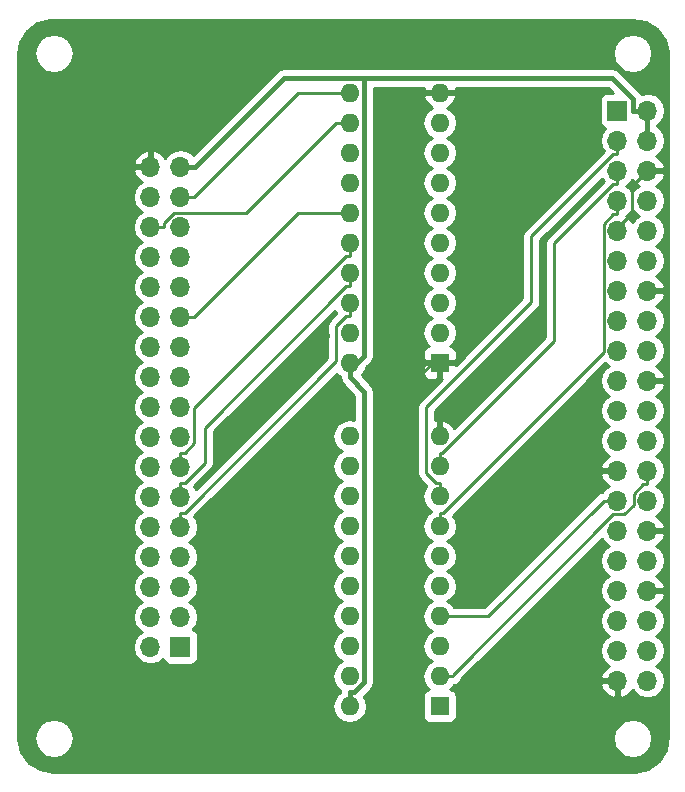
<source format=gtl>
G04 #@! TF.FileFunction,Copper,L1,Top,Signal*
%FSLAX46Y46*%
G04 Gerber Fmt 4.6, Leading zero omitted, Abs format (unit mm)*
G04 Created by KiCad (PCBNEW 4.0.7) date 12/26/17 22:50:43*
%MOMM*%
%LPD*%
G01*
G04 APERTURE LIST*
%ADD10C,0.100000*%
%ADD11R,1.700000X1.700000*%
%ADD12O,1.700000X1.700000*%
%ADD13R,1.600000X1.600000*%
%ADD14O,1.600000X1.600000*%
%ADD15C,0.600000*%
%ADD16C,0.400000*%
%ADD17C,0.250000*%
%ADD18C,0.254000*%
G04 APERTURE END LIST*
D10*
D11*
X252633000Y-59933800D03*
D12*
X255173000Y-59933800D03*
X252633000Y-62473800D03*
X255173000Y-62473800D03*
X252633000Y-65013800D03*
X255173000Y-65013800D03*
X252633000Y-67553800D03*
X255173000Y-67553800D03*
X252633000Y-70093800D03*
X255173000Y-70093800D03*
X252633000Y-72633800D03*
X255173000Y-72633800D03*
X252633000Y-75173800D03*
X255173000Y-75173800D03*
X252633000Y-77713800D03*
X255173000Y-77713800D03*
X252633000Y-80253800D03*
X255173000Y-80253800D03*
X252633000Y-82793800D03*
X255173000Y-82793800D03*
X252633000Y-85333800D03*
X255173000Y-85333800D03*
X252633000Y-87873800D03*
X255173000Y-87873800D03*
X252633000Y-90413800D03*
X255173000Y-90413800D03*
X252633000Y-92953800D03*
X255173000Y-92953800D03*
X252633000Y-95493800D03*
X255173000Y-95493800D03*
X252633000Y-98033800D03*
X255173000Y-98033800D03*
X252633000Y-100573800D03*
X255173000Y-100573800D03*
X252633000Y-103113800D03*
X255173000Y-103113800D03*
X252633000Y-105653800D03*
X255173000Y-105653800D03*
X252633000Y-108193800D03*
X255173000Y-108193800D03*
D11*
X215633000Y-105334000D03*
D12*
X213093000Y-105334000D03*
X215633000Y-102794000D03*
X213093000Y-102794000D03*
X215633000Y-100254000D03*
X213093000Y-100254000D03*
X215633000Y-97714000D03*
X213093000Y-97714000D03*
X215633000Y-95174000D03*
X213093000Y-95174000D03*
X215633000Y-92634000D03*
X213093000Y-92634000D03*
X215633000Y-90094000D03*
X213093000Y-90094000D03*
X215633000Y-87554000D03*
X213093000Y-87554000D03*
X215633000Y-85014000D03*
X213093000Y-85014000D03*
X215633000Y-82474000D03*
X213093000Y-82474000D03*
X215633000Y-79934000D03*
X213093000Y-79934000D03*
X215633000Y-77394000D03*
X213093000Y-77394000D03*
X215633000Y-74854000D03*
X213093000Y-74854000D03*
X215633000Y-72314000D03*
X213093000Y-72314000D03*
X215633000Y-69774000D03*
X213093000Y-69774000D03*
X215633000Y-67234000D03*
X213093000Y-67234000D03*
X215633000Y-64694000D03*
X213093000Y-64694000D03*
D13*
X237579000Y-81280000D03*
D14*
X229959000Y-58420000D03*
X237579000Y-78740000D03*
X229959000Y-60960000D03*
X237579000Y-76200000D03*
X229959000Y-63500000D03*
X237579000Y-73660000D03*
X229959000Y-66040000D03*
X237579000Y-71120000D03*
X229959000Y-68580000D03*
X237579000Y-68580000D03*
X229959000Y-71120000D03*
X237579000Y-66040000D03*
X229959000Y-73660000D03*
X237579000Y-63500000D03*
X229959000Y-76200000D03*
X237579000Y-60960000D03*
X229959000Y-78740000D03*
X237579000Y-58420000D03*
X229959000Y-81280000D03*
D13*
X237579000Y-110363000D03*
D14*
X229959000Y-87503000D03*
X237579000Y-107823000D03*
X229959000Y-90043000D03*
X237579000Y-105283000D03*
X229959000Y-92583000D03*
X237579000Y-102743000D03*
X229959000Y-95123000D03*
X237579000Y-100203000D03*
X229959000Y-97663000D03*
X237579000Y-97663000D03*
X229959000Y-100203000D03*
X237579000Y-95123000D03*
X229959000Y-102743000D03*
X237579000Y-92583000D03*
X229959000Y-105283000D03*
X237579000Y-90043000D03*
X229959000Y-107823000D03*
X237579000Y-87503000D03*
X229959000Y-110363000D03*
D15*
X231648000Y-82169000D03*
X228028500Y-79057500D03*
D16*
X255173000Y-62473800D02*
X255173000Y-59933800D01*
X255173000Y-59933800D02*
X253922700Y-59933800D01*
X215633000Y-64694000D02*
X216883300Y-64694000D01*
X231195800Y-83717100D02*
X229959000Y-82480300D01*
X231195800Y-108301000D02*
X231195800Y-83717100D01*
X230334100Y-109162700D02*
X231195800Y-108301000D01*
X229959000Y-109162700D02*
X230334100Y-109162700D01*
X229959000Y-110363000D02*
X229959000Y-109162700D01*
X229959000Y-81280000D02*
X229959000Y-81880100D01*
X229959000Y-81880100D02*
X229959000Y-82480300D01*
X231168400Y-80670700D02*
X231168400Y-57165300D01*
X229959000Y-81880100D02*
X231168400Y-80670700D01*
X252170100Y-57165300D02*
X231168400Y-57165300D01*
X253922700Y-58917900D02*
X252170100Y-57165300D01*
X253922700Y-59933800D02*
X253922700Y-58917900D01*
X224412000Y-57165300D02*
X216883300Y-64694000D01*
X231168400Y-57165300D02*
X224412000Y-57165300D01*
D17*
X252265700Y-63649100D02*
X252633000Y-63649100D01*
X245349200Y-70565600D02*
X252265700Y-63649100D01*
X245349200Y-76124000D02*
X245349200Y-70565600D01*
X236450600Y-85022600D02*
X245349200Y-76124000D01*
X236450600Y-90610600D02*
X236450600Y-85022600D01*
X237297700Y-91457700D02*
X236450600Y-90610600D01*
X237579000Y-91457700D02*
X237297700Y-91457700D01*
X237579000Y-92583000D02*
X237579000Y-91457700D01*
X252633000Y-62473800D02*
X252633000Y-63649100D01*
X237579000Y-90043000D02*
X237579000Y-88917700D01*
X252633000Y-65013800D02*
X252633000Y-66189100D01*
X237783900Y-88917700D02*
X237579000Y-88917700D01*
X247294200Y-79407400D02*
X237783900Y-88917700D01*
X247294200Y-71160500D02*
X247294200Y-79407400D01*
X252265600Y-66189100D02*
X247294200Y-71160500D01*
X252633000Y-66189100D02*
X252265600Y-66189100D01*
X231965500Y-82169000D02*
X231648000Y-82169000D01*
X231965500Y-82169000D02*
X236093000Y-82169000D01*
X236093000Y-82169000D02*
X236982000Y-81280000D01*
X236982000Y-81280000D02*
X237579000Y-81280000D01*
X252633000Y-70093800D02*
X252633000Y-69883500D01*
X252633000Y-69883500D02*
X253873000Y-68643500D01*
X253873000Y-68643500D02*
X253873000Y-66313800D01*
X253873000Y-66313800D02*
X255173000Y-65013800D01*
X252265600Y-68729100D02*
X252633000Y-68729100D01*
X251457700Y-69537000D02*
X252265600Y-68729100D01*
X251457700Y-80400300D02*
X251457700Y-69537000D01*
X237860300Y-93997700D02*
X251457700Y-80400300D01*
X237579000Y-93997700D02*
X237860300Y-93997700D01*
X237579000Y-95123000D02*
X237579000Y-93997700D01*
X252633000Y-67553800D02*
X252633000Y-68729100D01*
X254805600Y-91589100D02*
X255173000Y-91589100D01*
X253997700Y-92397000D02*
X254805600Y-91589100D01*
X253997700Y-93290100D02*
X253997700Y-92397000D01*
X253158600Y-94129200D02*
X253997700Y-93290100D01*
X252257400Y-94129200D02*
X253158600Y-94129200D01*
X238704300Y-107682300D02*
X252257400Y-94129200D01*
X238704300Y-107823000D02*
X238704300Y-107682300D01*
X237579000Y-107823000D02*
X238704300Y-107823000D01*
X255173000Y-90413800D02*
X255173000Y-91589100D01*
X241668500Y-102743000D02*
X251457700Y-92953800D01*
X237579000Y-102743000D02*
X241668500Y-102743000D01*
X252633000Y-92953800D02*
X251457700Y-92953800D01*
X216000300Y-93998700D02*
X215633000Y-93998700D01*
X228833700Y-81165300D02*
X216000300Y-93998700D01*
X228833700Y-78169200D02*
X228833700Y-81165300D01*
X229677600Y-77325300D02*
X228833700Y-78169200D01*
X229959000Y-77325300D02*
X229677600Y-77325300D01*
X229959000Y-76200000D02*
X229959000Y-77325300D01*
X215633000Y-95174000D02*
X215633000Y-93998700D01*
X216000300Y-91458700D02*
X215633000Y-91458700D01*
X217694900Y-89764100D02*
X216000300Y-91458700D01*
X217694900Y-86768100D02*
X217694900Y-89764100D01*
X229677700Y-74785300D02*
X217694900Y-86768100D01*
X229959000Y-74785300D02*
X229677700Y-74785300D01*
X229959000Y-73660000D02*
X229959000Y-74785300D01*
X215633000Y-92634000D02*
X215633000Y-91458700D01*
X216000400Y-88918700D02*
X215633000Y-88918700D01*
X216808300Y-88110800D02*
X216000400Y-88918700D01*
X216808300Y-85114700D02*
X216808300Y-88110800D01*
X229677700Y-72245300D02*
X216808300Y-85114700D01*
X229959000Y-72245300D02*
X229677700Y-72245300D01*
X229959000Y-71120000D02*
X229959000Y-72245300D01*
X215633000Y-90094000D02*
X215633000Y-88918700D01*
X225622300Y-68580000D02*
X216808300Y-77394000D01*
X229959000Y-68580000D02*
X225622300Y-68580000D01*
X215633000Y-77394000D02*
X216808300Y-77394000D01*
X225622300Y-58420000D02*
X216808300Y-67234000D01*
X229959000Y-58420000D02*
X225622300Y-58420000D01*
X215633000Y-67234000D02*
X216808300Y-67234000D01*
X214268300Y-69406600D02*
X214268300Y-69774000D01*
X229959000Y-60960000D02*
X228833700Y-60960000D01*
X228833700Y-60960000D02*
X221195000Y-68598700D01*
X221195000Y-68598700D02*
X215076200Y-68598700D01*
X215076200Y-68598700D02*
X214268300Y-69406600D01*
X213093000Y-69774000D02*
X214268300Y-69774000D01*
D18*
G36*
X255051383Y-52447974D02*
X255988119Y-53026451D01*
X256633701Y-53921482D01*
X256896800Y-55000140D01*
X256896800Y-112883993D01*
X256707384Y-114053835D01*
X256128905Y-114990572D01*
X255233876Y-115636153D01*
X254155218Y-115899252D01*
X204862710Y-115899252D01*
X203710717Y-115712726D01*
X202773980Y-115134247D01*
X202128399Y-114239218D01*
X201862760Y-113150147D01*
X201862760Y-113080800D01*
X203241810Y-113080800D01*
X203369136Y-113720911D01*
X203731730Y-114263570D01*
X204274389Y-114626164D01*
X204914500Y-114753490D01*
X205554611Y-114626164D01*
X206097270Y-114263570D01*
X206459864Y-113720911D01*
X206584663Y-113093500D01*
X252238410Y-113093500D01*
X252365736Y-113733611D01*
X252728330Y-114276270D01*
X253270989Y-114638864D01*
X253911100Y-114766190D01*
X254551211Y-114638864D01*
X255093870Y-114276270D01*
X255456464Y-113733611D01*
X255583790Y-113093500D01*
X255456464Y-112453389D01*
X255093870Y-111910730D01*
X254551211Y-111548136D01*
X253911100Y-111420810D01*
X253270989Y-111548136D01*
X252728330Y-111910730D01*
X252365736Y-112453389D01*
X252238410Y-113093500D01*
X206584663Y-113093500D01*
X206587190Y-113080800D01*
X206459864Y-112440689D01*
X206097270Y-111898030D01*
X205554611Y-111535436D01*
X204914500Y-111408110D01*
X204274389Y-111535436D01*
X203731730Y-111898030D01*
X203369136Y-112440689D01*
X203241810Y-113080800D01*
X201862760Y-113080800D01*
X201862760Y-67234000D01*
X211578907Y-67234000D01*
X211691946Y-67802285D01*
X212013853Y-68284054D01*
X212343026Y-68504000D01*
X212013853Y-68723946D01*
X211691946Y-69205715D01*
X211578907Y-69774000D01*
X211691946Y-70342285D01*
X212013853Y-70824054D01*
X212343026Y-71044000D01*
X212013853Y-71263946D01*
X211691946Y-71745715D01*
X211578907Y-72314000D01*
X211691946Y-72882285D01*
X212013853Y-73364054D01*
X212343026Y-73584000D01*
X212013853Y-73803946D01*
X211691946Y-74285715D01*
X211578907Y-74854000D01*
X211691946Y-75422285D01*
X212013853Y-75904054D01*
X212343026Y-76124000D01*
X212013853Y-76343946D01*
X211691946Y-76825715D01*
X211578907Y-77394000D01*
X211691946Y-77962285D01*
X212013853Y-78444054D01*
X212343026Y-78664000D01*
X212013853Y-78883946D01*
X211691946Y-79365715D01*
X211578907Y-79934000D01*
X211691946Y-80502285D01*
X212013853Y-80984054D01*
X212343026Y-81204000D01*
X212013853Y-81423946D01*
X211691946Y-81905715D01*
X211578907Y-82474000D01*
X211691946Y-83042285D01*
X212013853Y-83524054D01*
X212343026Y-83744000D01*
X212013853Y-83963946D01*
X211691946Y-84445715D01*
X211578907Y-85014000D01*
X211691946Y-85582285D01*
X212013853Y-86064054D01*
X212343026Y-86284000D01*
X212013853Y-86503946D01*
X211691946Y-86985715D01*
X211578907Y-87554000D01*
X211691946Y-88122285D01*
X212013853Y-88604054D01*
X212343026Y-88824000D01*
X212013853Y-89043946D01*
X211691946Y-89525715D01*
X211578907Y-90094000D01*
X211691946Y-90662285D01*
X212013853Y-91144054D01*
X212343026Y-91364000D01*
X212013853Y-91583946D01*
X211691946Y-92065715D01*
X211578907Y-92634000D01*
X211691946Y-93202285D01*
X212013853Y-93684054D01*
X212343026Y-93904000D01*
X212013853Y-94123946D01*
X211691946Y-94605715D01*
X211578907Y-95174000D01*
X211691946Y-95742285D01*
X212013853Y-96224054D01*
X212343026Y-96444000D01*
X212013853Y-96663946D01*
X211691946Y-97145715D01*
X211578907Y-97714000D01*
X211691946Y-98282285D01*
X212013853Y-98764054D01*
X212343026Y-98984000D01*
X212013853Y-99203946D01*
X211691946Y-99685715D01*
X211578907Y-100254000D01*
X211691946Y-100822285D01*
X212013853Y-101304054D01*
X212343026Y-101524000D01*
X212013853Y-101743946D01*
X211691946Y-102225715D01*
X211578907Y-102794000D01*
X211691946Y-103362285D01*
X212013853Y-103844054D01*
X212343026Y-104064000D01*
X212013853Y-104283946D01*
X211691946Y-104765715D01*
X211578907Y-105334000D01*
X211691946Y-105902285D01*
X212013853Y-106384054D01*
X212495622Y-106705961D01*
X213063907Y-106819000D01*
X213122093Y-106819000D01*
X213690378Y-106705961D01*
X214172147Y-106384054D01*
X214172971Y-106382821D01*
X214179838Y-106419317D01*
X214318910Y-106635441D01*
X214531110Y-106780431D01*
X214783000Y-106831440D01*
X216483000Y-106831440D01*
X216718317Y-106787162D01*
X216934441Y-106648090D01*
X217079431Y-106435890D01*
X217130440Y-106184000D01*
X217130440Y-104484000D01*
X217086162Y-104248683D01*
X216947090Y-104032559D01*
X216734890Y-103887569D01*
X216667459Y-103873914D01*
X216712147Y-103844054D01*
X217034054Y-103362285D01*
X217147093Y-102794000D01*
X217034054Y-102225715D01*
X216712147Y-101743946D01*
X216382974Y-101524000D01*
X216712147Y-101304054D01*
X217034054Y-100822285D01*
X217147093Y-100254000D01*
X217034054Y-99685715D01*
X216712147Y-99203946D01*
X216382974Y-98984000D01*
X216712147Y-98764054D01*
X217034054Y-98282285D01*
X217147093Y-97714000D01*
X217034054Y-97145715D01*
X216712147Y-96663946D01*
X216382974Y-96444000D01*
X216712147Y-96224054D01*
X217034054Y-95742285D01*
X217147093Y-95174000D01*
X217034054Y-94605715D01*
X216807360Y-94266442D01*
X228861280Y-82212522D01*
X228916189Y-82294698D01*
X229124000Y-82433553D01*
X229124000Y-82480300D01*
X229187561Y-82799841D01*
X229284995Y-82945661D01*
X229368566Y-83070734D01*
X230360800Y-84062968D01*
X230360800Y-86142331D01*
X229987113Y-86068000D01*
X229930887Y-86068000D01*
X229381736Y-86177233D01*
X228916189Y-86488302D01*
X228605120Y-86953849D01*
X228495887Y-87503000D01*
X228605120Y-88052151D01*
X228916189Y-88517698D01*
X229298275Y-88773000D01*
X228916189Y-89028302D01*
X228605120Y-89493849D01*
X228495887Y-90043000D01*
X228605120Y-90592151D01*
X228916189Y-91057698D01*
X229298275Y-91313000D01*
X228916189Y-91568302D01*
X228605120Y-92033849D01*
X228495887Y-92583000D01*
X228605120Y-93132151D01*
X228916189Y-93597698D01*
X229298275Y-93853000D01*
X228916189Y-94108302D01*
X228605120Y-94573849D01*
X228495887Y-95123000D01*
X228605120Y-95672151D01*
X228916189Y-96137698D01*
X229298275Y-96393000D01*
X228916189Y-96648302D01*
X228605120Y-97113849D01*
X228495887Y-97663000D01*
X228605120Y-98212151D01*
X228916189Y-98677698D01*
X229298275Y-98933000D01*
X228916189Y-99188302D01*
X228605120Y-99653849D01*
X228495887Y-100203000D01*
X228605120Y-100752151D01*
X228916189Y-101217698D01*
X229298275Y-101473000D01*
X228916189Y-101728302D01*
X228605120Y-102193849D01*
X228495887Y-102743000D01*
X228605120Y-103292151D01*
X228916189Y-103757698D01*
X229298275Y-104013000D01*
X228916189Y-104268302D01*
X228605120Y-104733849D01*
X228495887Y-105283000D01*
X228605120Y-105832151D01*
X228916189Y-106297698D01*
X229298275Y-106553000D01*
X228916189Y-106808302D01*
X228605120Y-107273849D01*
X228495887Y-107823000D01*
X228605120Y-108372151D01*
X228916189Y-108837698D01*
X229156683Y-108998391D01*
X229124000Y-109162700D01*
X229124000Y-109209447D01*
X228916189Y-109348302D01*
X228605120Y-109813849D01*
X228495887Y-110363000D01*
X228605120Y-110912151D01*
X228916189Y-111377698D01*
X229381736Y-111688767D01*
X229930887Y-111798000D01*
X229987113Y-111798000D01*
X230536264Y-111688767D01*
X231001811Y-111377698D01*
X231312880Y-110912151D01*
X231422113Y-110363000D01*
X231312880Y-109813849D01*
X231133011Y-109544657D01*
X231786234Y-108891434D01*
X231872662Y-108762085D01*
X231967239Y-108620541D01*
X232030800Y-108301000D01*
X232030800Y-83717100D01*
X231967239Y-83397559D01*
X231786234Y-83126666D01*
X230973310Y-82313742D01*
X231001811Y-82294698D01*
X231312880Y-81829151D01*
X231343189Y-81676779D01*
X231454218Y-81565750D01*
X236144000Y-81565750D01*
X236144000Y-82206310D01*
X236240673Y-82439699D01*
X236419302Y-82618327D01*
X236652691Y-82715000D01*
X237293250Y-82715000D01*
X237452000Y-82556250D01*
X237452000Y-81407000D01*
X236302750Y-81407000D01*
X236144000Y-81565750D01*
X231454218Y-81565750D01*
X231758834Y-81261134D01*
X231860713Y-81108661D01*
X231939839Y-80990241D01*
X232003400Y-80670700D01*
X232003400Y-60960000D01*
X236115887Y-60960000D01*
X236225120Y-61509151D01*
X236536189Y-61974698D01*
X236918275Y-62230000D01*
X236536189Y-62485302D01*
X236225120Y-62950849D01*
X236115887Y-63500000D01*
X236225120Y-64049151D01*
X236536189Y-64514698D01*
X236918275Y-64770000D01*
X236536189Y-65025302D01*
X236225120Y-65490849D01*
X236115887Y-66040000D01*
X236225120Y-66589151D01*
X236536189Y-67054698D01*
X236918275Y-67310000D01*
X236536189Y-67565302D01*
X236225120Y-68030849D01*
X236115887Y-68580000D01*
X236225120Y-69129151D01*
X236536189Y-69594698D01*
X236918275Y-69850000D01*
X236536189Y-70105302D01*
X236225120Y-70570849D01*
X236115887Y-71120000D01*
X236225120Y-71669151D01*
X236536189Y-72134698D01*
X236918275Y-72390000D01*
X236536189Y-72645302D01*
X236225120Y-73110849D01*
X236115887Y-73660000D01*
X236225120Y-74209151D01*
X236536189Y-74674698D01*
X236918275Y-74930000D01*
X236536189Y-75185302D01*
X236225120Y-75650849D01*
X236115887Y-76200000D01*
X236225120Y-76749151D01*
X236536189Y-77214698D01*
X236918275Y-77470000D01*
X236536189Y-77725302D01*
X236225120Y-78190849D01*
X236115887Y-78740000D01*
X236225120Y-79289151D01*
X236536189Y-79754698D01*
X236671335Y-79845000D01*
X236652691Y-79845000D01*
X236419302Y-79941673D01*
X236240673Y-80120301D01*
X236144000Y-80353690D01*
X236144000Y-80994250D01*
X236302750Y-81153000D01*
X237452000Y-81153000D01*
X237452000Y-81133000D01*
X237706000Y-81133000D01*
X237706000Y-81153000D01*
X238855250Y-81153000D01*
X239014000Y-80994250D01*
X239014000Y-80353690D01*
X238917327Y-80120301D01*
X238738698Y-79941673D01*
X238505309Y-79845000D01*
X238486665Y-79845000D01*
X238621811Y-79754698D01*
X238932880Y-79289151D01*
X239042113Y-78740000D01*
X238932880Y-78190849D01*
X238621811Y-77725302D01*
X238239725Y-77470000D01*
X238621811Y-77214698D01*
X238932880Y-76749151D01*
X239042113Y-76200000D01*
X238932880Y-75650849D01*
X238621811Y-75185302D01*
X238239725Y-74930000D01*
X238621811Y-74674698D01*
X238932880Y-74209151D01*
X239042113Y-73660000D01*
X238932880Y-73110849D01*
X238621811Y-72645302D01*
X238239725Y-72390000D01*
X238621811Y-72134698D01*
X238932880Y-71669151D01*
X239042113Y-71120000D01*
X238932880Y-70570849D01*
X238621811Y-70105302D01*
X238239725Y-69850000D01*
X238621811Y-69594698D01*
X238932880Y-69129151D01*
X239042113Y-68580000D01*
X238932880Y-68030849D01*
X238621811Y-67565302D01*
X238239725Y-67310000D01*
X238621811Y-67054698D01*
X238932880Y-66589151D01*
X239042113Y-66040000D01*
X238932880Y-65490849D01*
X238621811Y-65025302D01*
X238239725Y-64770000D01*
X238621811Y-64514698D01*
X238932880Y-64049151D01*
X239042113Y-63500000D01*
X238932880Y-62950849D01*
X238621811Y-62485302D01*
X238239725Y-62230000D01*
X238621811Y-61974698D01*
X238932880Y-61509151D01*
X239042113Y-60960000D01*
X238932880Y-60410849D01*
X238621811Y-59945302D01*
X238217297Y-59675014D01*
X238434134Y-59572389D01*
X238810041Y-59157423D01*
X238970904Y-58769039D01*
X238848915Y-58547000D01*
X237706000Y-58547000D01*
X237706000Y-58567000D01*
X237452000Y-58567000D01*
X237452000Y-58547000D01*
X236309085Y-58547000D01*
X236187096Y-58769039D01*
X236347959Y-59157423D01*
X236723866Y-59572389D01*
X236940703Y-59675014D01*
X236536189Y-59945302D01*
X236225120Y-60410849D01*
X236115887Y-60960000D01*
X232003400Y-60960000D01*
X232003400Y-58000300D01*
X236216363Y-58000300D01*
X236187096Y-58070961D01*
X236309085Y-58293000D01*
X237452000Y-58293000D01*
X237452000Y-58273000D01*
X237706000Y-58273000D01*
X237706000Y-58293000D01*
X238848915Y-58293000D01*
X238970904Y-58070961D01*
X238941637Y-58000300D01*
X251824232Y-58000300D01*
X252260292Y-58436360D01*
X251783000Y-58436360D01*
X251547683Y-58480638D01*
X251331559Y-58619710D01*
X251186569Y-58831910D01*
X251135560Y-59083800D01*
X251135560Y-60783800D01*
X251179838Y-61019117D01*
X251318910Y-61235241D01*
X251531110Y-61380231D01*
X251598541Y-61393886D01*
X251553853Y-61423746D01*
X251231946Y-61905515D01*
X251118907Y-62473800D01*
X251231946Y-63042085D01*
X251458640Y-63381358D01*
X244811799Y-70028199D01*
X244647052Y-70274761D01*
X244589200Y-70565600D01*
X244589200Y-75809198D01*
X238923324Y-81475074D01*
X238855250Y-81407000D01*
X237706000Y-81407000D01*
X237706000Y-82556250D01*
X237774074Y-82624324D01*
X235913199Y-84485199D01*
X235748452Y-84731761D01*
X235690600Y-85022600D01*
X235690600Y-90610600D01*
X235748452Y-90901439D01*
X235913199Y-91148001D01*
X236455003Y-91689805D01*
X236225120Y-92033849D01*
X236115887Y-92583000D01*
X236225120Y-93132151D01*
X236536189Y-93597698D01*
X236856053Y-93811424D01*
X236836978Y-93907321D01*
X236536189Y-94108302D01*
X236225120Y-94573849D01*
X236115887Y-95123000D01*
X236225120Y-95672151D01*
X236536189Y-96137698D01*
X236918275Y-96393000D01*
X236536189Y-96648302D01*
X236225120Y-97113849D01*
X236115887Y-97663000D01*
X236225120Y-98212151D01*
X236536189Y-98677698D01*
X236918275Y-98933000D01*
X236536189Y-99188302D01*
X236225120Y-99653849D01*
X236115887Y-100203000D01*
X236225120Y-100752151D01*
X236536189Y-101217698D01*
X236918275Y-101473000D01*
X236536189Y-101728302D01*
X236225120Y-102193849D01*
X236115887Y-102743000D01*
X236225120Y-103292151D01*
X236536189Y-103757698D01*
X236918275Y-104013000D01*
X236536189Y-104268302D01*
X236225120Y-104733849D01*
X236115887Y-105283000D01*
X236225120Y-105832151D01*
X236536189Y-106297698D01*
X236918275Y-106553000D01*
X236536189Y-106808302D01*
X236225120Y-107273849D01*
X236115887Y-107823000D01*
X236225120Y-108372151D01*
X236536189Y-108837698D01*
X236680465Y-108934101D01*
X236543683Y-108959838D01*
X236327559Y-109098910D01*
X236182569Y-109311110D01*
X236131560Y-109563000D01*
X236131560Y-111163000D01*
X236175838Y-111398317D01*
X236314910Y-111614441D01*
X236527110Y-111759431D01*
X236779000Y-111810440D01*
X238379000Y-111810440D01*
X238614317Y-111766162D01*
X238830441Y-111627090D01*
X238975431Y-111414890D01*
X239026440Y-111163000D01*
X239026440Y-109563000D01*
X238982162Y-109327683D01*
X238843090Y-109111559D01*
X238630890Y-108966569D01*
X238475911Y-108935185D01*
X238621811Y-108837698D01*
X238805437Y-108562882D01*
X238866730Y-108550690D01*
X251191524Y-108550690D01*
X251361355Y-108960724D01*
X251751642Y-109388983D01*
X252276108Y-109635286D01*
X252506000Y-109514619D01*
X252506000Y-108320800D01*
X251312845Y-108320800D01*
X251191524Y-108550690D01*
X238866730Y-108550690D01*
X238995139Y-108525148D01*
X239241701Y-108360401D01*
X239406448Y-108113839D01*
X239421069Y-108040333D01*
X251298985Y-96162417D01*
X251553853Y-96543854D01*
X251883026Y-96763800D01*
X251553853Y-96983746D01*
X251231946Y-97465515D01*
X251118907Y-98033800D01*
X251231946Y-98602085D01*
X251553853Y-99083854D01*
X251883026Y-99303800D01*
X251553853Y-99523746D01*
X251231946Y-100005515D01*
X251118907Y-100573800D01*
X251231946Y-101142085D01*
X251553853Y-101623854D01*
X251883026Y-101843800D01*
X251553853Y-102063746D01*
X251231946Y-102545515D01*
X251118907Y-103113800D01*
X251231946Y-103682085D01*
X251553853Y-104163854D01*
X251883026Y-104383800D01*
X251553853Y-104603746D01*
X251231946Y-105085515D01*
X251118907Y-105653800D01*
X251231946Y-106222085D01*
X251553853Y-106703854D01*
X251894553Y-106931502D01*
X251751642Y-106998617D01*
X251361355Y-107426876D01*
X251191524Y-107836910D01*
X251312845Y-108066800D01*
X252506000Y-108066800D01*
X252506000Y-108046800D01*
X252760000Y-108046800D01*
X252760000Y-108066800D01*
X252780000Y-108066800D01*
X252780000Y-108320800D01*
X252760000Y-108320800D01*
X252760000Y-109514619D01*
X252989892Y-109635286D01*
X253514358Y-109388983D01*
X253904645Y-108960724D01*
X253904655Y-108960699D01*
X254093853Y-109243854D01*
X254575622Y-109565761D01*
X255143907Y-109678800D01*
X255202093Y-109678800D01*
X255770378Y-109565761D01*
X256252147Y-109243854D01*
X256574054Y-108762085D01*
X256687093Y-108193800D01*
X256574054Y-107625515D01*
X256252147Y-107143746D01*
X255922974Y-106923800D01*
X256252147Y-106703854D01*
X256574054Y-106222085D01*
X256687093Y-105653800D01*
X256574054Y-105085515D01*
X256252147Y-104603746D01*
X255922974Y-104383800D01*
X256252147Y-104163854D01*
X256574054Y-103682085D01*
X256687093Y-103113800D01*
X256574054Y-102545515D01*
X256252147Y-102063746D01*
X255911447Y-101836098D01*
X256054358Y-101768983D01*
X256444645Y-101340724D01*
X256614476Y-100930690D01*
X256493155Y-100700800D01*
X255300000Y-100700800D01*
X255300000Y-100720800D01*
X255046000Y-100720800D01*
X255046000Y-100700800D01*
X255026000Y-100700800D01*
X255026000Y-100446800D01*
X255046000Y-100446800D01*
X255046000Y-100426800D01*
X255300000Y-100426800D01*
X255300000Y-100446800D01*
X256493155Y-100446800D01*
X256614476Y-100216910D01*
X256444645Y-99806876D01*
X256054358Y-99378617D01*
X255911447Y-99311502D01*
X256252147Y-99083854D01*
X256574054Y-98602085D01*
X256687093Y-98033800D01*
X256574054Y-97465515D01*
X256252147Y-96983746D01*
X255911447Y-96756098D01*
X256054358Y-96688983D01*
X256444645Y-96260724D01*
X256614476Y-95850690D01*
X256493155Y-95620800D01*
X255300000Y-95620800D01*
X255300000Y-95640800D01*
X255046000Y-95640800D01*
X255046000Y-95620800D01*
X255026000Y-95620800D01*
X255026000Y-95366800D01*
X255046000Y-95366800D01*
X255046000Y-95346800D01*
X255300000Y-95346800D01*
X255300000Y-95366800D01*
X256493155Y-95366800D01*
X256614476Y-95136910D01*
X256444645Y-94726876D01*
X256054358Y-94298617D01*
X255911447Y-94231502D01*
X256252147Y-94003854D01*
X256574054Y-93522085D01*
X256687093Y-92953800D01*
X256574054Y-92385515D01*
X256252147Y-91903746D01*
X255922974Y-91683800D01*
X256252147Y-91463854D01*
X256574054Y-90982085D01*
X256687093Y-90413800D01*
X256574054Y-89845515D01*
X256252147Y-89363746D01*
X255922974Y-89143800D01*
X256252147Y-88923854D01*
X256574054Y-88442085D01*
X256687093Y-87873800D01*
X256574054Y-87305515D01*
X256252147Y-86823746D01*
X255922974Y-86603800D01*
X256252147Y-86383854D01*
X256574054Y-85902085D01*
X256687093Y-85333800D01*
X256574054Y-84765515D01*
X256252147Y-84283746D01*
X255911447Y-84056098D01*
X256054358Y-83988983D01*
X256444645Y-83560724D01*
X256614476Y-83150690D01*
X256493155Y-82920800D01*
X255300000Y-82920800D01*
X255300000Y-82940800D01*
X255046000Y-82940800D01*
X255046000Y-82920800D01*
X255026000Y-82920800D01*
X255026000Y-82666800D01*
X255046000Y-82666800D01*
X255046000Y-82646800D01*
X255300000Y-82646800D01*
X255300000Y-82666800D01*
X256493155Y-82666800D01*
X256614476Y-82436910D01*
X256444645Y-82026876D01*
X256054358Y-81598617D01*
X255911447Y-81531502D01*
X256252147Y-81303854D01*
X256574054Y-80822085D01*
X256687093Y-80253800D01*
X256574054Y-79685515D01*
X256252147Y-79203746D01*
X255922974Y-78983800D01*
X256252147Y-78763854D01*
X256574054Y-78282085D01*
X256687093Y-77713800D01*
X256574054Y-77145515D01*
X256252147Y-76663746D01*
X255911447Y-76436098D01*
X256054358Y-76368983D01*
X256444645Y-75940724D01*
X256614476Y-75530690D01*
X256493155Y-75300800D01*
X255300000Y-75300800D01*
X255300000Y-75320800D01*
X255046000Y-75320800D01*
X255046000Y-75300800D01*
X255026000Y-75300800D01*
X255026000Y-75046800D01*
X255046000Y-75046800D01*
X255046000Y-75026800D01*
X255300000Y-75026800D01*
X255300000Y-75046800D01*
X256493155Y-75046800D01*
X256614476Y-74816910D01*
X256444645Y-74406876D01*
X256054358Y-73978617D01*
X255911447Y-73911502D01*
X256252147Y-73683854D01*
X256574054Y-73202085D01*
X256687093Y-72633800D01*
X256574054Y-72065515D01*
X256252147Y-71583746D01*
X255922974Y-71363800D01*
X256252147Y-71143854D01*
X256574054Y-70662085D01*
X256687093Y-70093800D01*
X256574054Y-69525515D01*
X256252147Y-69043746D01*
X255922974Y-68823800D01*
X256252147Y-68603854D01*
X256574054Y-68122085D01*
X256687093Y-67553800D01*
X256574054Y-66985515D01*
X256252147Y-66503746D01*
X255911447Y-66276098D01*
X256054358Y-66208983D01*
X256444645Y-65780724D01*
X256614476Y-65370690D01*
X256493155Y-65140800D01*
X255300000Y-65140800D01*
X255300000Y-65160800D01*
X255046000Y-65160800D01*
X255046000Y-65140800D01*
X255026000Y-65140800D01*
X255026000Y-64886800D01*
X255046000Y-64886800D01*
X255046000Y-64866800D01*
X255300000Y-64866800D01*
X255300000Y-64886800D01*
X256493155Y-64886800D01*
X256614476Y-64656910D01*
X256444645Y-64246876D01*
X256054358Y-63818617D01*
X255911447Y-63751502D01*
X256252147Y-63523854D01*
X256574054Y-63042085D01*
X256687093Y-62473800D01*
X256574054Y-61905515D01*
X256252147Y-61423746D01*
X256008000Y-61260613D01*
X256008000Y-61146987D01*
X256252147Y-60983854D01*
X256574054Y-60502085D01*
X256687093Y-59933800D01*
X256574054Y-59365515D01*
X256252147Y-58883746D01*
X255770378Y-58561839D01*
X255202093Y-58448800D01*
X255143907Y-58448800D01*
X254658696Y-58545315D01*
X254513134Y-58327466D01*
X252760534Y-56574866D01*
X252489641Y-56393861D01*
X252170100Y-56330300D01*
X224412000Y-56330300D01*
X224092460Y-56393860D01*
X223821566Y-56574866D01*
X216728305Y-63668127D01*
X216712147Y-63643946D01*
X216230378Y-63322039D01*
X215662093Y-63209000D01*
X215603907Y-63209000D01*
X215035622Y-63322039D01*
X214553853Y-63643946D01*
X214364655Y-63927101D01*
X214364645Y-63927076D01*
X213974358Y-63498817D01*
X213449892Y-63252514D01*
X213220000Y-63373181D01*
X213220000Y-64567000D01*
X213240000Y-64567000D01*
X213240000Y-64821000D01*
X213220000Y-64821000D01*
X213220000Y-64841000D01*
X212966000Y-64841000D01*
X212966000Y-64821000D01*
X211772845Y-64821000D01*
X211651524Y-65050890D01*
X211821355Y-65460924D01*
X212211642Y-65889183D01*
X212354553Y-65956298D01*
X212013853Y-66183946D01*
X211691946Y-66665715D01*
X211578907Y-67234000D01*
X201862760Y-67234000D01*
X201862760Y-64337110D01*
X211651524Y-64337110D01*
X211772845Y-64567000D01*
X212966000Y-64567000D01*
X212966000Y-63373181D01*
X212736108Y-63252514D01*
X212211642Y-63498817D01*
X211821355Y-63927076D01*
X211651524Y-64337110D01*
X201862760Y-64337110D01*
X201862760Y-55274559D01*
X201894278Y-55079900D01*
X203241810Y-55079900D01*
X203369136Y-55720011D01*
X203731730Y-56262670D01*
X204274389Y-56625264D01*
X204914500Y-56752590D01*
X205554611Y-56625264D01*
X206097270Y-56262670D01*
X206459864Y-55720011D01*
X206587190Y-55079900D01*
X252251110Y-55079900D01*
X252378436Y-55720011D01*
X252741030Y-56262670D01*
X253283689Y-56625264D01*
X253923800Y-56752590D01*
X254563911Y-56625264D01*
X255106570Y-56262670D01*
X255469164Y-55720011D01*
X255596490Y-55079900D01*
X255469164Y-54439789D01*
X255106570Y-53897130D01*
X254563911Y-53534536D01*
X253923800Y-53407210D01*
X253283689Y-53534536D01*
X252741030Y-53897130D01*
X252378436Y-54439789D01*
X252251110Y-55079900D01*
X206587190Y-55079900D01*
X206459864Y-54439789D01*
X206097270Y-53897130D01*
X205554611Y-53534536D01*
X204914500Y-53407210D01*
X204274389Y-53534536D01*
X203731730Y-53897130D01*
X203369136Y-54439789D01*
X203241810Y-55079900D01*
X201894278Y-55079900D01*
X202052176Y-54104717D01*
X202630653Y-53167981D01*
X203525684Y-52522399D01*
X204604342Y-52259300D01*
X253886124Y-52259300D01*
X255051383Y-52447974D01*
X255051383Y-52447974D01*
G37*
X255051383Y-52447974D02*
X255988119Y-53026451D01*
X256633701Y-53921482D01*
X256896800Y-55000140D01*
X256896800Y-112883993D01*
X256707384Y-114053835D01*
X256128905Y-114990572D01*
X255233876Y-115636153D01*
X254155218Y-115899252D01*
X204862710Y-115899252D01*
X203710717Y-115712726D01*
X202773980Y-115134247D01*
X202128399Y-114239218D01*
X201862760Y-113150147D01*
X201862760Y-113080800D01*
X203241810Y-113080800D01*
X203369136Y-113720911D01*
X203731730Y-114263570D01*
X204274389Y-114626164D01*
X204914500Y-114753490D01*
X205554611Y-114626164D01*
X206097270Y-114263570D01*
X206459864Y-113720911D01*
X206584663Y-113093500D01*
X252238410Y-113093500D01*
X252365736Y-113733611D01*
X252728330Y-114276270D01*
X253270989Y-114638864D01*
X253911100Y-114766190D01*
X254551211Y-114638864D01*
X255093870Y-114276270D01*
X255456464Y-113733611D01*
X255583790Y-113093500D01*
X255456464Y-112453389D01*
X255093870Y-111910730D01*
X254551211Y-111548136D01*
X253911100Y-111420810D01*
X253270989Y-111548136D01*
X252728330Y-111910730D01*
X252365736Y-112453389D01*
X252238410Y-113093500D01*
X206584663Y-113093500D01*
X206587190Y-113080800D01*
X206459864Y-112440689D01*
X206097270Y-111898030D01*
X205554611Y-111535436D01*
X204914500Y-111408110D01*
X204274389Y-111535436D01*
X203731730Y-111898030D01*
X203369136Y-112440689D01*
X203241810Y-113080800D01*
X201862760Y-113080800D01*
X201862760Y-67234000D01*
X211578907Y-67234000D01*
X211691946Y-67802285D01*
X212013853Y-68284054D01*
X212343026Y-68504000D01*
X212013853Y-68723946D01*
X211691946Y-69205715D01*
X211578907Y-69774000D01*
X211691946Y-70342285D01*
X212013853Y-70824054D01*
X212343026Y-71044000D01*
X212013853Y-71263946D01*
X211691946Y-71745715D01*
X211578907Y-72314000D01*
X211691946Y-72882285D01*
X212013853Y-73364054D01*
X212343026Y-73584000D01*
X212013853Y-73803946D01*
X211691946Y-74285715D01*
X211578907Y-74854000D01*
X211691946Y-75422285D01*
X212013853Y-75904054D01*
X212343026Y-76124000D01*
X212013853Y-76343946D01*
X211691946Y-76825715D01*
X211578907Y-77394000D01*
X211691946Y-77962285D01*
X212013853Y-78444054D01*
X212343026Y-78664000D01*
X212013853Y-78883946D01*
X211691946Y-79365715D01*
X211578907Y-79934000D01*
X211691946Y-80502285D01*
X212013853Y-80984054D01*
X212343026Y-81204000D01*
X212013853Y-81423946D01*
X211691946Y-81905715D01*
X211578907Y-82474000D01*
X211691946Y-83042285D01*
X212013853Y-83524054D01*
X212343026Y-83744000D01*
X212013853Y-83963946D01*
X211691946Y-84445715D01*
X211578907Y-85014000D01*
X211691946Y-85582285D01*
X212013853Y-86064054D01*
X212343026Y-86284000D01*
X212013853Y-86503946D01*
X211691946Y-86985715D01*
X211578907Y-87554000D01*
X211691946Y-88122285D01*
X212013853Y-88604054D01*
X212343026Y-88824000D01*
X212013853Y-89043946D01*
X211691946Y-89525715D01*
X211578907Y-90094000D01*
X211691946Y-90662285D01*
X212013853Y-91144054D01*
X212343026Y-91364000D01*
X212013853Y-91583946D01*
X211691946Y-92065715D01*
X211578907Y-92634000D01*
X211691946Y-93202285D01*
X212013853Y-93684054D01*
X212343026Y-93904000D01*
X212013853Y-94123946D01*
X211691946Y-94605715D01*
X211578907Y-95174000D01*
X211691946Y-95742285D01*
X212013853Y-96224054D01*
X212343026Y-96444000D01*
X212013853Y-96663946D01*
X211691946Y-97145715D01*
X211578907Y-97714000D01*
X211691946Y-98282285D01*
X212013853Y-98764054D01*
X212343026Y-98984000D01*
X212013853Y-99203946D01*
X211691946Y-99685715D01*
X211578907Y-100254000D01*
X211691946Y-100822285D01*
X212013853Y-101304054D01*
X212343026Y-101524000D01*
X212013853Y-101743946D01*
X211691946Y-102225715D01*
X211578907Y-102794000D01*
X211691946Y-103362285D01*
X212013853Y-103844054D01*
X212343026Y-104064000D01*
X212013853Y-104283946D01*
X211691946Y-104765715D01*
X211578907Y-105334000D01*
X211691946Y-105902285D01*
X212013853Y-106384054D01*
X212495622Y-106705961D01*
X213063907Y-106819000D01*
X213122093Y-106819000D01*
X213690378Y-106705961D01*
X214172147Y-106384054D01*
X214172971Y-106382821D01*
X214179838Y-106419317D01*
X214318910Y-106635441D01*
X214531110Y-106780431D01*
X214783000Y-106831440D01*
X216483000Y-106831440D01*
X216718317Y-106787162D01*
X216934441Y-106648090D01*
X217079431Y-106435890D01*
X217130440Y-106184000D01*
X217130440Y-104484000D01*
X217086162Y-104248683D01*
X216947090Y-104032559D01*
X216734890Y-103887569D01*
X216667459Y-103873914D01*
X216712147Y-103844054D01*
X217034054Y-103362285D01*
X217147093Y-102794000D01*
X217034054Y-102225715D01*
X216712147Y-101743946D01*
X216382974Y-101524000D01*
X216712147Y-101304054D01*
X217034054Y-100822285D01*
X217147093Y-100254000D01*
X217034054Y-99685715D01*
X216712147Y-99203946D01*
X216382974Y-98984000D01*
X216712147Y-98764054D01*
X217034054Y-98282285D01*
X217147093Y-97714000D01*
X217034054Y-97145715D01*
X216712147Y-96663946D01*
X216382974Y-96444000D01*
X216712147Y-96224054D01*
X217034054Y-95742285D01*
X217147093Y-95174000D01*
X217034054Y-94605715D01*
X216807360Y-94266442D01*
X228861280Y-82212522D01*
X228916189Y-82294698D01*
X229124000Y-82433553D01*
X229124000Y-82480300D01*
X229187561Y-82799841D01*
X229284995Y-82945661D01*
X229368566Y-83070734D01*
X230360800Y-84062968D01*
X230360800Y-86142331D01*
X229987113Y-86068000D01*
X229930887Y-86068000D01*
X229381736Y-86177233D01*
X228916189Y-86488302D01*
X228605120Y-86953849D01*
X228495887Y-87503000D01*
X228605120Y-88052151D01*
X228916189Y-88517698D01*
X229298275Y-88773000D01*
X228916189Y-89028302D01*
X228605120Y-89493849D01*
X228495887Y-90043000D01*
X228605120Y-90592151D01*
X228916189Y-91057698D01*
X229298275Y-91313000D01*
X228916189Y-91568302D01*
X228605120Y-92033849D01*
X228495887Y-92583000D01*
X228605120Y-93132151D01*
X228916189Y-93597698D01*
X229298275Y-93853000D01*
X228916189Y-94108302D01*
X228605120Y-94573849D01*
X228495887Y-95123000D01*
X228605120Y-95672151D01*
X228916189Y-96137698D01*
X229298275Y-96393000D01*
X228916189Y-96648302D01*
X228605120Y-97113849D01*
X228495887Y-97663000D01*
X228605120Y-98212151D01*
X228916189Y-98677698D01*
X229298275Y-98933000D01*
X228916189Y-99188302D01*
X228605120Y-99653849D01*
X228495887Y-100203000D01*
X228605120Y-100752151D01*
X228916189Y-101217698D01*
X229298275Y-101473000D01*
X228916189Y-101728302D01*
X228605120Y-102193849D01*
X228495887Y-102743000D01*
X228605120Y-103292151D01*
X228916189Y-103757698D01*
X229298275Y-104013000D01*
X228916189Y-104268302D01*
X228605120Y-104733849D01*
X228495887Y-105283000D01*
X228605120Y-105832151D01*
X228916189Y-106297698D01*
X229298275Y-106553000D01*
X228916189Y-106808302D01*
X228605120Y-107273849D01*
X228495887Y-107823000D01*
X228605120Y-108372151D01*
X228916189Y-108837698D01*
X229156683Y-108998391D01*
X229124000Y-109162700D01*
X229124000Y-109209447D01*
X228916189Y-109348302D01*
X228605120Y-109813849D01*
X228495887Y-110363000D01*
X228605120Y-110912151D01*
X228916189Y-111377698D01*
X229381736Y-111688767D01*
X229930887Y-111798000D01*
X229987113Y-111798000D01*
X230536264Y-111688767D01*
X231001811Y-111377698D01*
X231312880Y-110912151D01*
X231422113Y-110363000D01*
X231312880Y-109813849D01*
X231133011Y-109544657D01*
X231786234Y-108891434D01*
X231872662Y-108762085D01*
X231967239Y-108620541D01*
X232030800Y-108301000D01*
X232030800Y-83717100D01*
X231967239Y-83397559D01*
X231786234Y-83126666D01*
X230973310Y-82313742D01*
X231001811Y-82294698D01*
X231312880Y-81829151D01*
X231343189Y-81676779D01*
X231454218Y-81565750D01*
X236144000Y-81565750D01*
X236144000Y-82206310D01*
X236240673Y-82439699D01*
X236419302Y-82618327D01*
X236652691Y-82715000D01*
X237293250Y-82715000D01*
X237452000Y-82556250D01*
X237452000Y-81407000D01*
X236302750Y-81407000D01*
X236144000Y-81565750D01*
X231454218Y-81565750D01*
X231758834Y-81261134D01*
X231860713Y-81108661D01*
X231939839Y-80990241D01*
X232003400Y-80670700D01*
X232003400Y-60960000D01*
X236115887Y-60960000D01*
X236225120Y-61509151D01*
X236536189Y-61974698D01*
X236918275Y-62230000D01*
X236536189Y-62485302D01*
X236225120Y-62950849D01*
X236115887Y-63500000D01*
X236225120Y-64049151D01*
X236536189Y-64514698D01*
X236918275Y-64770000D01*
X236536189Y-65025302D01*
X236225120Y-65490849D01*
X236115887Y-66040000D01*
X236225120Y-66589151D01*
X236536189Y-67054698D01*
X236918275Y-67310000D01*
X236536189Y-67565302D01*
X236225120Y-68030849D01*
X236115887Y-68580000D01*
X236225120Y-69129151D01*
X236536189Y-69594698D01*
X236918275Y-69850000D01*
X236536189Y-70105302D01*
X236225120Y-70570849D01*
X236115887Y-71120000D01*
X236225120Y-71669151D01*
X236536189Y-72134698D01*
X236918275Y-72390000D01*
X236536189Y-72645302D01*
X236225120Y-73110849D01*
X236115887Y-73660000D01*
X236225120Y-74209151D01*
X236536189Y-74674698D01*
X236918275Y-74930000D01*
X236536189Y-75185302D01*
X236225120Y-75650849D01*
X236115887Y-76200000D01*
X236225120Y-76749151D01*
X236536189Y-77214698D01*
X236918275Y-77470000D01*
X236536189Y-77725302D01*
X236225120Y-78190849D01*
X236115887Y-78740000D01*
X236225120Y-79289151D01*
X236536189Y-79754698D01*
X236671335Y-79845000D01*
X236652691Y-79845000D01*
X236419302Y-79941673D01*
X236240673Y-80120301D01*
X236144000Y-80353690D01*
X236144000Y-80994250D01*
X236302750Y-81153000D01*
X237452000Y-81153000D01*
X237452000Y-81133000D01*
X237706000Y-81133000D01*
X237706000Y-81153000D01*
X238855250Y-81153000D01*
X239014000Y-80994250D01*
X239014000Y-80353690D01*
X238917327Y-80120301D01*
X238738698Y-79941673D01*
X238505309Y-79845000D01*
X238486665Y-79845000D01*
X238621811Y-79754698D01*
X238932880Y-79289151D01*
X239042113Y-78740000D01*
X238932880Y-78190849D01*
X238621811Y-77725302D01*
X238239725Y-77470000D01*
X238621811Y-77214698D01*
X238932880Y-76749151D01*
X239042113Y-76200000D01*
X238932880Y-75650849D01*
X238621811Y-75185302D01*
X238239725Y-74930000D01*
X238621811Y-74674698D01*
X238932880Y-74209151D01*
X239042113Y-73660000D01*
X238932880Y-73110849D01*
X238621811Y-72645302D01*
X238239725Y-72390000D01*
X238621811Y-72134698D01*
X238932880Y-71669151D01*
X239042113Y-71120000D01*
X238932880Y-70570849D01*
X238621811Y-70105302D01*
X238239725Y-69850000D01*
X238621811Y-69594698D01*
X238932880Y-69129151D01*
X239042113Y-68580000D01*
X238932880Y-68030849D01*
X238621811Y-67565302D01*
X238239725Y-67310000D01*
X238621811Y-67054698D01*
X238932880Y-66589151D01*
X239042113Y-66040000D01*
X238932880Y-65490849D01*
X238621811Y-65025302D01*
X238239725Y-64770000D01*
X238621811Y-64514698D01*
X238932880Y-64049151D01*
X239042113Y-63500000D01*
X238932880Y-62950849D01*
X238621811Y-62485302D01*
X238239725Y-62230000D01*
X238621811Y-61974698D01*
X238932880Y-61509151D01*
X239042113Y-60960000D01*
X238932880Y-60410849D01*
X238621811Y-59945302D01*
X238217297Y-59675014D01*
X238434134Y-59572389D01*
X238810041Y-59157423D01*
X238970904Y-58769039D01*
X238848915Y-58547000D01*
X237706000Y-58547000D01*
X237706000Y-58567000D01*
X237452000Y-58567000D01*
X237452000Y-58547000D01*
X236309085Y-58547000D01*
X236187096Y-58769039D01*
X236347959Y-59157423D01*
X236723866Y-59572389D01*
X236940703Y-59675014D01*
X236536189Y-59945302D01*
X236225120Y-60410849D01*
X236115887Y-60960000D01*
X232003400Y-60960000D01*
X232003400Y-58000300D01*
X236216363Y-58000300D01*
X236187096Y-58070961D01*
X236309085Y-58293000D01*
X237452000Y-58293000D01*
X237452000Y-58273000D01*
X237706000Y-58273000D01*
X237706000Y-58293000D01*
X238848915Y-58293000D01*
X238970904Y-58070961D01*
X238941637Y-58000300D01*
X251824232Y-58000300D01*
X252260292Y-58436360D01*
X251783000Y-58436360D01*
X251547683Y-58480638D01*
X251331559Y-58619710D01*
X251186569Y-58831910D01*
X251135560Y-59083800D01*
X251135560Y-60783800D01*
X251179838Y-61019117D01*
X251318910Y-61235241D01*
X251531110Y-61380231D01*
X251598541Y-61393886D01*
X251553853Y-61423746D01*
X251231946Y-61905515D01*
X251118907Y-62473800D01*
X251231946Y-63042085D01*
X251458640Y-63381358D01*
X244811799Y-70028199D01*
X244647052Y-70274761D01*
X244589200Y-70565600D01*
X244589200Y-75809198D01*
X238923324Y-81475074D01*
X238855250Y-81407000D01*
X237706000Y-81407000D01*
X237706000Y-82556250D01*
X237774074Y-82624324D01*
X235913199Y-84485199D01*
X235748452Y-84731761D01*
X235690600Y-85022600D01*
X235690600Y-90610600D01*
X235748452Y-90901439D01*
X235913199Y-91148001D01*
X236455003Y-91689805D01*
X236225120Y-92033849D01*
X236115887Y-92583000D01*
X236225120Y-93132151D01*
X236536189Y-93597698D01*
X236856053Y-93811424D01*
X236836978Y-93907321D01*
X236536189Y-94108302D01*
X236225120Y-94573849D01*
X236115887Y-95123000D01*
X236225120Y-95672151D01*
X236536189Y-96137698D01*
X236918275Y-96393000D01*
X236536189Y-96648302D01*
X236225120Y-97113849D01*
X236115887Y-97663000D01*
X236225120Y-98212151D01*
X236536189Y-98677698D01*
X236918275Y-98933000D01*
X236536189Y-99188302D01*
X236225120Y-99653849D01*
X236115887Y-100203000D01*
X236225120Y-100752151D01*
X236536189Y-101217698D01*
X236918275Y-101473000D01*
X236536189Y-101728302D01*
X236225120Y-102193849D01*
X236115887Y-102743000D01*
X236225120Y-103292151D01*
X236536189Y-103757698D01*
X236918275Y-104013000D01*
X236536189Y-104268302D01*
X236225120Y-104733849D01*
X236115887Y-105283000D01*
X236225120Y-105832151D01*
X236536189Y-106297698D01*
X236918275Y-106553000D01*
X236536189Y-106808302D01*
X236225120Y-107273849D01*
X236115887Y-107823000D01*
X236225120Y-108372151D01*
X236536189Y-108837698D01*
X236680465Y-108934101D01*
X236543683Y-108959838D01*
X236327559Y-109098910D01*
X236182569Y-109311110D01*
X236131560Y-109563000D01*
X236131560Y-111163000D01*
X236175838Y-111398317D01*
X236314910Y-111614441D01*
X236527110Y-111759431D01*
X236779000Y-111810440D01*
X238379000Y-111810440D01*
X238614317Y-111766162D01*
X238830441Y-111627090D01*
X238975431Y-111414890D01*
X239026440Y-111163000D01*
X239026440Y-109563000D01*
X238982162Y-109327683D01*
X238843090Y-109111559D01*
X238630890Y-108966569D01*
X238475911Y-108935185D01*
X238621811Y-108837698D01*
X238805437Y-108562882D01*
X238866730Y-108550690D01*
X251191524Y-108550690D01*
X251361355Y-108960724D01*
X251751642Y-109388983D01*
X252276108Y-109635286D01*
X252506000Y-109514619D01*
X252506000Y-108320800D01*
X251312845Y-108320800D01*
X251191524Y-108550690D01*
X238866730Y-108550690D01*
X238995139Y-108525148D01*
X239241701Y-108360401D01*
X239406448Y-108113839D01*
X239421069Y-108040333D01*
X251298985Y-96162417D01*
X251553853Y-96543854D01*
X251883026Y-96763800D01*
X251553853Y-96983746D01*
X251231946Y-97465515D01*
X251118907Y-98033800D01*
X251231946Y-98602085D01*
X251553853Y-99083854D01*
X251883026Y-99303800D01*
X251553853Y-99523746D01*
X251231946Y-100005515D01*
X251118907Y-100573800D01*
X251231946Y-101142085D01*
X251553853Y-101623854D01*
X251883026Y-101843800D01*
X251553853Y-102063746D01*
X251231946Y-102545515D01*
X251118907Y-103113800D01*
X251231946Y-103682085D01*
X251553853Y-104163854D01*
X251883026Y-104383800D01*
X251553853Y-104603746D01*
X251231946Y-105085515D01*
X251118907Y-105653800D01*
X251231946Y-106222085D01*
X251553853Y-106703854D01*
X251894553Y-106931502D01*
X251751642Y-106998617D01*
X251361355Y-107426876D01*
X251191524Y-107836910D01*
X251312845Y-108066800D01*
X252506000Y-108066800D01*
X252506000Y-108046800D01*
X252760000Y-108046800D01*
X252760000Y-108066800D01*
X252780000Y-108066800D01*
X252780000Y-108320800D01*
X252760000Y-108320800D01*
X252760000Y-109514619D01*
X252989892Y-109635286D01*
X253514358Y-109388983D01*
X253904645Y-108960724D01*
X253904655Y-108960699D01*
X254093853Y-109243854D01*
X254575622Y-109565761D01*
X255143907Y-109678800D01*
X255202093Y-109678800D01*
X255770378Y-109565761D01*
X256252147Y-109243854D01*
X256574054Y-108762085D01*
X256687093Y-108193800D01*
X256574054Y-107625515D01*
X256252147Y-107143746D01*
X255922974Y-106923800D01*
X256252147Y-106703854D01*
X256574054Y-106222085D01*
X256687093Y-105653800D01*
X256574054Y-105085515D01*
X256252147Y-104603746D01*
X255922974Y-104383800D01*
X256252147Y-104163854D01*
X256574054Y-103682085D01*
X256687093Y-103113800D01*
X256574054Y-102545515D01*
X256252147Y-102063746D01*
X255911447Y-101836098D01*
X256054358Y-101768983D01*
X256444645Y-101340724D01*
X256614476Y-100930690D01*
X256493155Y-100700800D01*
X255300000Y-100700800D01*
X255300000Y-100720800D01*
X255046000Y-100720800D01*
X255046000Y-100700800D01*
X255026000Y-100700800D01*
X255026000Y-100446800D01*
X255046000Y-100446800D01*
X255046000Y-100426800D01*
X255300000Y-100426800D01*
X255300000Y-100446800D01*
X256493155Y-100446800D01*
X256614476Y-100216910D01*
X256444645Y-99806876D01*
X256054358Y-99378617D01*
X255911447Y-99311502D01*
X256252147Y-99083854D01*
X256574054Y-98602085D01*
X256687093Y-98033800D01*
X256574054Y-97465515D01*
X256252147Y-96983746D01*
X255911447Y-96756098D01*
X256054358Y-96688983D01*
X256444645Y-96260724D01*
X256614476Y-95850690D01*
X256493155Y-95620800D01*
X255300000Y-95620800D01*
X255300000Y-95640800D01*
X255046000Y-95640800D01*
X255046000Y-95620800D01*
X255026000Y-95620800D01*
X255026000Y-95366800D01*
X255046000Y-95366800D01*
X255046000Y-95346800D01*
X255300000Y-95346800D01*
X255300000Y-95366800D01*
X256493155Y-95366800D01*
X256614476Y-95136910D01*
X256444645Y-94726876D01*
X256054358Y-94298617D01*
X255911447Y-94231502D01*
X256252147Y-94003854D01*
X256574054Y-93522085D01*
X256687093Y-92953800D01*
X256574054Y-92385515D01*
X256252147Y-91903746D01*
X255922974Y-91683800D01*
X256252147Y-91463854D01*
X256574054Y-90982085D01*
X256687093Y-90413800D01*
X256574054Y-89845515D01*
X256252147Y-89363746D01*
X255922974Y-89143800D01*
X256252147Y-88923854D01*
X256574054Y-88442085D01*
X256687093Y-87873800D01*
X256574054Y-87305515D01*
X256252147Y-86823746D01*
X255922974Y-86603800D01*
X256252147Y-86383854D01*
X256574054Y-85902085D01*
X256687093Y-85333800D01*
X256574054Y-84765515D01*
X256252147Y-84283746D01*
X255911447Y-84056098D01*
X256054358Y-83988983D01*
X256444645Y-83560724D01*
X256614476Y-83150690D01*
X256493155Y-82920800D01*
X255300000Y-82920800D01*
X255300000Y-82940800D01*
X255046000Y-82940800D01*
X255046000Y-82920800D01*
X255026000Y-82920800D01*
X255026000Y-82666800D01*
X255046000Y-82666800D01*
X255046000Y-82646800D01*
X255300000Y-82646800D01*
X255300000Y-82666800D01*
X256493155Y-82666800D01*
X256614476Y-82436910D01*
X256444645Y-82026876D01*
X256054358Y-81598617D01*
X255911447Y-81531502D01*
X256252147Y-81303854D01*
X256574054Y-80822085D01*
X256687093Y-80253800D01*
X256574054Y-79685515D01*
X256252147Y-79203746D01*
X255922974Y-78983800D01*
X256252147Y-78763854D01*
X256574054Y-78282085D01*
X256687093Y-77713800D01*
X256574054Y-77145515D01*
X256252147Y-76663746D01*
X255911447Y-76436098D01*
X256054358Y-76368983D01*
X256444645Y-75940724D01*
X256614476Y-75530690D01*
X256493155Y-75300800D01*
X255300000Y-75300800D01*
X255300000Y-75320800D01*
X255046000Y-75320800D01*
X255046000Y-75300800D01*
X255026000Y-75300800D01*
X255026000Y-75046800D01*
X255046000Y-75046800D01*
X255046000Y-75026800D01*
X255300000Y-75026800D01*
X255300000Y-75046800D01*
X256493155Y-75046800D01*
X256614476Y-74816910D01*
X256444645Y-74406876D01*
X256054358Y-73978617D01*
X255911447Y-73911502D01*
X256252147Y-73683854D01*
X256574054Y-73202085D01*
X256687093Y-72633800D01*
X256574054Y-72065515D01*
X256252147Y-71583746D01*
X255922974Y-71363800D01*
X256252147Y-71143854D01*
X256574054Y-70662085D01*
X256687093Y-70093800D01*
X256574054Y-69525515D01*
X256252147Y-69043746D01*
X255922974Y-68823800D01*
X256252147Y-68603854D01*
X256574054Y-68122085D01*
X256687093Y-67553800D01*
X256574054Y-66985515D01*
X256252147Y-66503746D01*
X255911447Y-66276098D01*
X256054358Y-66208983D01*
X256444645Y-65780724D01*
X256614476Y-65370690D01*
X256493155Y-65140800D01*
X255300000Y-65140800D01*
X255300000Y-65160800D01*
X255046000Y-65160800D01*
X255046000Y-65140800D01*
X255026000Y-65140800D01*
X255026000Y-64886800D01*
X255046000Y-64886800D01*
X255046000Y-64866800D01*
X255300000Y-64866800D01*
X255300000Y-64886800D01*
X256493155Y-64886800D01*
X256614476Y-64656910D01*
X256444645Y-64246876D01*
X256054358Y-63818617D01*
X255911447Y-63751502D01*
X256252147Y-63523854D01*
X256574054Y-63042085D01*
X256687093Y-62473800D01*
X256574054Y-61905515D01*
X256252147Y-61423746D01*
X256008000Y-61260613D01*
X256008000Y-61146987D01*
X256252147Y-60983854D01*
X256574054Y-60502085D01*
X256687093Y-59933800D01*
X256574054Y-59365515D01*
X256252147Y-58883746D01*
X255770378Y-58561839D01*
X255202093Y-58448800D01*
X255143907Y-58448800D01*
X254658696Y-58545315D01*
X254513134Y-58327466D01*
X252760534Y-56574866D01*
X252489641Y-56393861D01*
X252170100Y-56330300D01*
X224412000Y-56330300D01*
X224092460Y-56393860D01*
X223821566Y-56574866D01*
X216728305Y-63668127D01*
X216712147Y-63643946D01*
X216230378Y-63322039D01*
X215662093Y-63209000D01*
X215603907Y-63209000D01*
X215035622Y-63322039D01*
X214553853Y-63643946D01*
X214364655Y-63927101D01*
X214364645Y-63927076D01*
X213974358Y-63498817D01*
X213449892Y-63252514D01*
X213220000Y-63373181D01*
X213220000Y-64567000D01*
X213240000Y-64567000D01*
X213240000Y-64821000D01*
X213220000Y-64821000D01*
X213220000Y-64841000D01*
X212966000Y-64841000D01*
X212966000Y-64821000D01*
X211772845Y-64821000D01*
X211651524Y-65050890D01*
X211821355Y-65460924D01*
X212211642Y-65889183D01*
X212354553Y-65956298D01*
X212013853Y-66183946D01*
X211691946Y-66665715D01*
X211578907Y-67234000D01*
X201862760Y-67234000D01*
X201862760Y-64337110D01*
X211651524Y-64337110D01*
X211772845Y-64567000D01*
X212966000Y-64567000D01*
X212966000Y-63373181D01*
X212736108Y-63252514D01*
X212211642Y-63498817D01*
X211821355Y-63927076D01*
X211651524Y-64337110D01*
X201862760Y-64337110D01*
X201862760Y-55274559D01*
X201894278Y-55079900D01*
X203241810Y-55079900D01*
X203369136Y-55720011D01*
X203731730Y-56262670D01*
X204274389Y-56625264D01*
X204914500Y-56752590D01*
X205554611Y-56625264D01*
X206097270Y-56262670D01*
X206459864Y-55720011D01*
X206587190Y-55079900D01*
X252251110Y-55079900D01*
X252378436Y-55720011D01*
X252741030Y-56262670D01*
X253283689Y-56625264D01*
X253923800Y-56752590D01*
X254563911Y-56625264D01*
X255106570Y-56262670D01*
X255469164Y-55720011D01*
X255596490Y-55079900D01*
X255469164Y-54439789D01*
X255106570Y-53897130D01*
X254563911Y-53534536D01*
X253923800Y-53407210D01*
X253283689Y-53534536D01*
X252741030Y-53897130D01*
X252378436Y-54439789D01*
X252251110Y-55079900D01*
X206587190Y-55079900D01*
X206459864Y-54439789D01*
X206097270Y-53897130D01*
X205554611Y-53534536D01*
X204914500Y-53407210D01*
X204274389Y-53534536D01*
X203731730Y-53897130D01*
X203369136Y-54439789D01*
X203241810Y-55079900D01*
X201894278Y-55079900D01*
X202052176Y-54104717D01*
X202630653Y-53167981D01*
X203525684Y-52522399D01*
X204604342Y-52259300D01*
X253886124Y-52259300D01*
X255051383Y-52447974D01*
G36*
X251883026Y-81523800D02*
X251553853Y-81743746D01*
X251231946Y-82225515D01*
X251118907Y-82793800D01*
X251231946Y-83362085D01*
X251553853Y-83843854D01*
X251883026Y-84063800D01*
X251553853Y-84283746D01*
X251231946Y-84765515D01*
X251118907Y-85333800D01*
X251231946Y-85902085D01*
X251553853Y-86383854D01*
X251883026Y-86603800D01*
X251553853Y-86823746D01*
X251231946Y-87305515D01*
X251118907Y-87873800D01*
X251231946Y-88442085D01*
X251553853Y-88923854D01*
X251894553Y-89151502D01*
X251751642Y-89218617D01*
X251361355Y-89646876D01*
X251191524Y-90056910D01*
X251312845Y-90286800D01*
X252506000Y-90286800D01*
X252506000Y-90266800D01*
X252760000Y-90266800D01*
X252760000Y-90286800D01*
X252780000Y-90286800D01*
X252780000Y-90540800D01*
X252760000Y-90540800D01*
X252760000Y-90560800D01*
X252506000Y-90560800D01*
X252506000Y-90540800D01*
X251312845Y-90540800D01*
X251191524Y-90770690D01*
X251361355Y-91180724D01*
X251751642Y-91608983D01*
X251894553Y-91676098D01*
X251553853Y-91903746D01*
X251345077Y-92216202D01*
X251215114Y-92242054D01*
X251166860Y-92251652D01*
X250920299Y-92416399D01*
X241353698Y-101983000D01*
X238791995Y-101983000D01*
X238621811Y-101728302D01*
X238239725Y-101473000D01*
X238621811Y-101217698D01*
X238932880Y-100752151D01*
X239042113Y-100203000D01*
X238932880Y-99653849D01*
X238621811Y-99188302D01*
X238239725Y-98933000D01*
X238621811Y-98677698D01*
X238932880Y-98212151D01*
X239042113Y-97663000D01*
X238932880Y-97113849D01*
X238621811Y-96648302D01*
X238239725Y-96393000D01*
X238621811Y-96137698D01*
X238932880Y-95672151D01*
X239042113Y-95123000D01*
X238932880Y-94573849D01*
X238702997Y-94229805D01*
X251598870Y-81333933D01*
X251883026Y-81523800D01*
X251883026Y-81523800D01*
G37*
X251883026Y-81523800D02*
X251553853Y-81743746D01*
X251231946Y-82225515D01*
X251118907Y-82793800D01*
X251231946Y-83362085D01*
X251553853Y-83843854D01*
X251883026Y-84063800D01*
X251553853Y-84283746D01*
X251231946Y-84765515D01*
X251118907Y-85333800D01*
X251231946Y-85902085D01*
X251553853Y-86383854D01*
X251883026Y-86603800D01*
X251553853Y-86823746D01*
X251231946Y-87305515D01*
X251118907Y-87873800D01*
X251231946Y-88442085D01*
X251553853Y-88923854D01*
X251894553Y-89151502D01*
X251751642Y-89218617D01*
X251361355Y-89646876D01*
X251191524Y-90056910D01*
X251312845Y-90286800D01*
X252506000Y-90286800D01*
X252506000Y-90266800D01*
X252760000Y-90266800D01*
X252760000Y-90286800D01*
X252780000Y-90286800D01*
X252780000Y-90540800D01*
X252760000Y-90540800D01*
X252760000Y-90560800D01*
X252506000Y-90560800D01*
X252506000Y-90540800D01*
X251312845Y-90540800D01*
X251191524Y-90770690D01*
X251361355Y-91180724D01*
X251751642Y-91608983D01*
X251894553Y-91676098D01*
X251553853Y-91903746D01*
X251345077Y-92216202D01*
X251215114Y-92242054D01*
X251166860Y-92251652D01*
X250920299Y-92416399D01*
X241353698Y-101983000D01*
X238791995Y-101983000D01*
X238621811Y-101728302D01*
X238239725Y-101473000D01*
X238621811Y-101217698D01*
X238932880Y-100752151D01*
X239042113Y-100203000D01*
X238932880Y-99653849D01*
X238621811Y-99188302D01*
X238239725Y-98933000D01*
X238621811Y-98677698D01*
X238932880Y-98212151D01*
X239042113Y-97663000D01*
X238932880Y-97113849D01*
X238621811Y-96648302D01*
X238239725Y-96393000D01*
X238621811Y-96137698D01*
X238932880Y-95672151D01*
X239042113Y-95123000D01*
X238932880Y-94573849D01*
X238702997Y-94229805D01*
X251598870Y-81333933D01*
X251883026Y-81523800D01*
G36*
X228834963Y-77093135D02*
X228296299Y-77631799D01*
X228131552Y-77878361D01*
X228073700Y-78169200D01*
X228073700Y-80850498D01*
X216963730Y-91960468D01*
X216807360Y-91726442D01*
X218232301Y-90301501D01*
X218397048Y-90054940D01*
X218454900Y-89764100D01*
X218454900Y-87082902D01*
X228678632Y-76859170D01*
X228834963Y-77093135D01*
X228834963Y-77093135D01*
G37*
X228834963Y-77093135D02*
X228296299Y-77631799D01*
X228131552Y-77878361D01*
X228073700Y-78169200D01*
X228073700Y-80850498D01*
X216963730Y-91960468D01*
X216807360Y-91726442D01*
X218232301Y-90301501D01*
X218397048Y-90054940D01*
X218454900Y-89764100D01*
X218454900Y-87082902D01*
X228678632Y-76859170D01*
X228834963Y-77093135D01*
G36*
X251458600Y-65921298D02*
X246756799Y-70623099D01*
X246592052Y-70869661D01*
X246534200Y-71160500D01*
X246534200Y-79092598D01*
X238825031Y-86801767D01*
X238810041Y-86765577D01*
X238434134Y-86350611D01*
X237928041Y-86111086D01*
X237706000Y-86232371D01*
X237706000Y-87376000D01*
X237726000Y-87376000D01*
X237726000Y-87630000D01*
X237706000Y-87630000D01*
X237706000Y-87650000D01*
X237452000Y-87650000D01*
X237452000Y-87630000D01*
X237432000Y-87630000D01*
X237432000Y-87376000D01*
X237452000Y-87376000D01*
X237452000Y-86232371D01*
X237229959Y-86111086D01*
X237210600Y-86120248D01*
X237210600Y-85337402D01*
X245886601Y-76661401D01*
X246051348Y-76414839D01*
X246109200Y-76124000D01*
X246109200Y-70880402D01*
X251302270Y-65687332D01*
X251458600Y-65921298D01*
X251458600Y-65921298D01*
G37*
X251458600Y-65921298D02*
X246756799Y-70623099D01*
X246592052Y-70869661D01*
X246534200Y-71160500D01*
X246534200Y-79092598D01*
X238825031Y-86801767D01*
X238810041Y-86765577D01*
X238434134Y-86350611D01*
X237928041Y-86111086D01*
X237706000Y-86232371D01*
X237706000Y-87376000D01*
X237726000Y-87376000D01*
X237726000Y-87630000D01*
X237706000Y-87630000D01*
X237706000Y-87650000D01*
X237452000Y-87650000D01*
X237452000Y-87630000D01*
X237432000Y-87630000D01*
X237432000Y-87376000D01*
X237452000Y-87376000D01*
X237452000Y-86232371D01*
X237229959Y-86111086D01*
X237210600Y-86120248D01*
X237210600Y-85337402D01*
X245886601Y-76661401D01*
X246051348Y-76414839D01*
X246109200Y-76124000D01*
X246109200Y-70880402D01*
X251302270Y-65687332D01*
X251458600Y-65921298D01*
G36*
X230086000Y-78613000D02*
X230106000Y-78613000D01*
X230106000Y-78867000D01*
X230086000Y-78867000D01*
X230086000Y-78887000D01*
X229832000Y-78887000D01*
X229832000Y-78867000D01*
X229812000Y-78867000D01*
X229812000Y-78613000D01*
X229832000Y-78613000D01*
X229832000Y-78593000D01*
X230086000Y-78593000D01*
X230086000Y-78613000D01*
X230086000Y-78613000D01*
G37*
X230086000Y-78613000D02*
X230106000Y-78613000D01*
X230106000Y-78867000D01*
X230086000Y-78867000D01*
X230086000Y-78887000D01*
X229832000Y-78887000D01*
X229832000Y-78867000D01*
X229812000Y-78867000D01*
X229812000Y-78613000D01*
X229832000Y-78613000D01*
X229832000Y-78593000D01*
X230086000Y-78593000D01*
X230086000Y-78613000D01*
G36*
X252760000Y-69966800D02*
X252780000Y-69966800D01*
X252780000Y-70220800D01*
X252760000Y-70220800D01*
X252760000Y-70240800D01*
X252506000Y-70240800D01*
X252506000Y-70220800D01*
X252486000Y-70220800D01*
X252486000Y-69966800D01*
X252506000Y-69966800D01*
X252506000Y-69946800D01*
X252760000Y-69946800D01*
X252760000Y-69966800D01*
X252760000Y-69966800D01*
G37*
X252760000Y-69966800D02*
X252780000Y-69966800D01*
X252780000Y-70220800D01*
X252760000Y-70220800D01*
X252760000Y-70240800D01*
X252506000Y-70240800D01*
X252506000Y-70220800D01*
X252486000Y-70220800D01*
X252486000Y-69966800D01*
X252506000Y-69966800D01*
X252506000Y-69946800D01*
X252760000Y-69946800D01*
X252760000Y-69966800D01*
G36*
X254093853Y-68603854D02*
X254423026Y-68823800D01*
X254093853Y-69043746D01*
X253904655Y-69326901D01*
X253904645Y-69326876D01*
X253514358Y-68898617D01*
X253372530Y-68832011D01*
X253372812Y-68830590D01*
X253712147Y-68603854D01*
X253903000Y-68318222D01*
X254093853Y-68603854D01*
X254093853Y-68603854D01*
G37*
X254093853Y-68603854D02*
X254423026Y-68823800D01*
X254093853Y-69043746D01*
X253904655Y-69326901D01*
X253904645Y-69326876D01*
X253514358Y-68898617D01*
X253372530Y-68832011D01*
X253372812Y-68830590D01*
X253712147Y-68603854D01*
X253903000Y-68318222D01*
X254093853Y-68603854D01*
G36*
X253901355Y-65780724D02*
X254291642Y-66208983D01*
X254434553Y-66276098D01*
X254093853Y-66503746D01*
X253903000Y-66789378D01*
X253712147Y-66503746D01*
X253382974Y-66283800D01*
X253712147Y-66063854D01*
X253901345Y-65780699D01*
X253901355Y-65780724D01*
X253901355Y-65780724D01*
G37*
X253901355Y-65780724D02*
X254291642Y-66208983D01*
X254434553Y-66276098D01*
X254093853Y-66503746D01*
X253903000Y-66789378D01*
X253712147Y-66503746D01*
X253382974Y-66283800D01*
X253712147Y-66063854D01*
X253901345Y-65780699D01*
X253901355Y-65780724D01*
M02*

</source>
